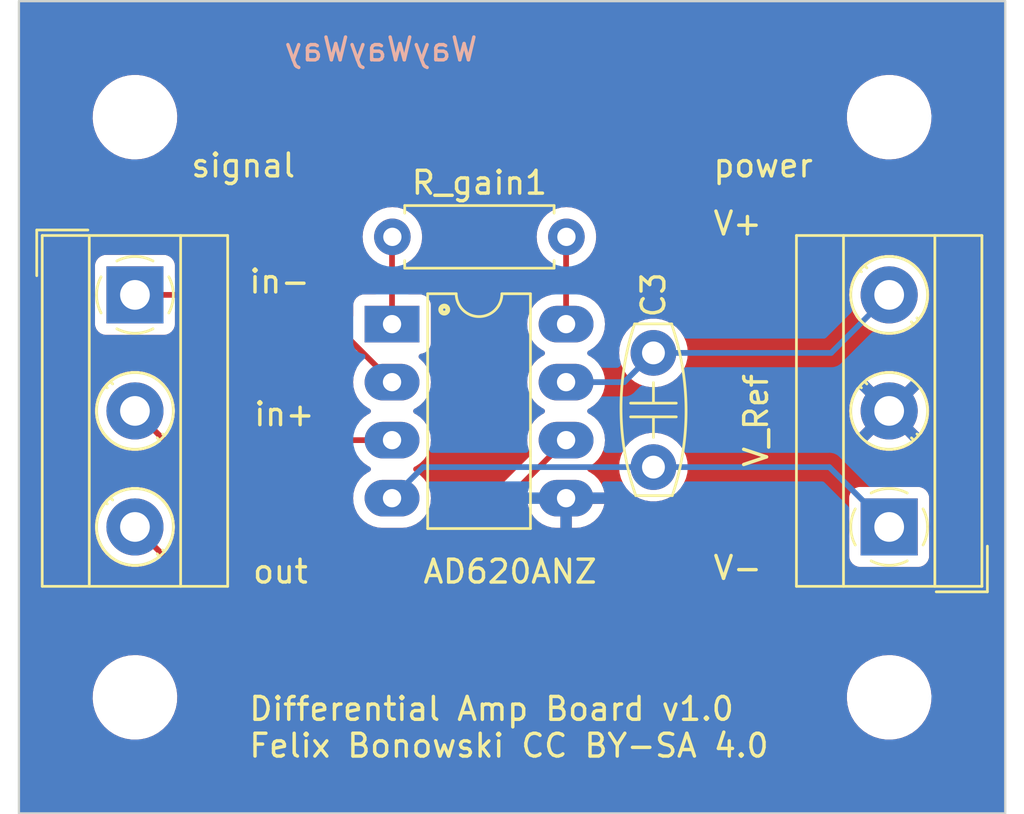
<source format=kicad_pcb>
(kicad_pcb (version 20221018) (generator pcbnew)
  (layers (0 "F.Cu" signal) (31 "B.Cu" signal) (34 "B.Paste" user) (35 "F.Paste" user) (36 "B.SilkS" user "B.Silkscreen") (37 "F.SilkS" user "F.Silkscreen") (38 "B.Mask" user) (39 "F.Mask" user) (44 "Edge.Cuts" user))
  (net 0 "")
  (net 1 "v_supply_negative")
  (net 2 "FIRST_STAGE_OUT")
  (net 3 "input-")
  (net 4 "input_+")
  (net 5 "v_supply_positive")
  (net 6 "V_Ref")
  (net 7 "Net-(R_gain1-Pad1)")
  (net 8 "Net-(R_gain1-Pad2)")
  (footprint "Capacitor_THT_AKL:C_Disc_D7.5mm_W2.5mm_P5.00mm" (layer "F.Cu") (at 27.94 15.24 -90)
    (fp_text reference "C3" (at -2.54 0 90) (layer "F.SilkS"))
    (fp_text value "100n" hide)
    (fp_line (start -1.27 0.8255) (end -1.269301 -0.804129) (stroke (width 0.12)) (layer "F.SilkS"))
    (fp_line (start 1.3 0) (end 2.2 0) (stroke (width 0.12)) (layer "F.SilkS"))
    (fp_line (start 2.2 0) (end 2.2 -1) (stroke (width 0.12)) (layer "F.SilkS"))
    (fp_line (start 2.2 0) (end 2.2 1) (stroke (width 0.12)) (layer "F.SilkS"))
    (fp_line (start 2.8 -1) (end 2.8 1) (stroke (width 0.12)) (layer "F.SilkS"))
    (fp_line (start 2.8 0) (end 3.7 0) (stroke (width 0.12)) (layer "F.SilkS"))
    (fp_line (start 6.2484 0.762) (end 6.2484 -0.8128) (stroke (width 0.12)) (layer "F.SilkS"))
    (fp_arc (start -1.265365 -0.79267) (mid 2.488814 -1.427831) (end 6.2484 -0.8255) (stroke (width 0.12)) (layer "F.SilkS"))
    (fp_arc (start 6.252064 0.772554) (mid 2.4954 1.419637) (end -1.27 0.8255) (stroke (width 0.12)) (layer "F.SilkS"))
    (pad "1" thru_hole circle (at 0 0 270) (size 2 2) (drill 1) (layers "*.Cu" "*.Mask") (net 5 "v_supply_positive"))
    (pad "2" thru_hole circle (at 5 0 270) (size 2 2) (drill 1) (layers "*.Cu" "*.Mask") (net 1 "v_supply_negative"))
  )
  (footprint "MountingHole:MountingHole_3.2mm_M3_DIN965" (layer "F.Cu") (at 38.26 4.92)
    (fp_text reference "H4" hide)
    (fp_text value "MountingHole")
    (pad "" np_thru_hole circle (at 0 0) (size 3.2 3.2) (drill 3.2) (layers "*.Cu" "*.Mask"))
  )
  (footprint "Resistor_THT:R_Axial_DIN0207_L6.3mm_D2.5mm_P7.62mm_Horizontal" (layer "F.Cu") (at 16.51 10.16)
    (fp_text reference "R_gain1" (at 3.81 -2.37) (layer "F.SilkS"))
    (fp_text value "1k")
    (fp_line (start 0.54 -1.37) (end 7.08 -1.37) (stroke (width 0.12)) (layer "F.SilkS"))
    (fp_line (start 0.54 -1.04) (end 0.54 -1.37) (stroke (width 0.12)) (layer "F.SilkS"))
    (fp_line (start 0.54 1.04) (end 0.54 1.37) (stroke (width 0.12)) (layer "F.SilkS"))
    (fp_line (start 0.54 1.37) (end 7.08 1.37) (stroke (width 0.12)) (layer "F.SilkS"))
    (fp_line (start 7.08 -1.37) (end 7.08 -1.04) (stroke (width 0.12)) (layer "F.SilkS"))
    (fp_line (start 7.08 1.37) (end 7.08 1.04) (stroke (width 0.12)) (layer "F.SilkS"))
    (pad "1" thru_hole circle (at 0 0) (size 1.6 1.6) (drill 0.8) (layers "*.Cu" "*.Mask") (net 7 "Net-(R_gain1-Pad1)"))
    (pad "2" thru_hole oval (at 7.62 0) (size 1.6 1.6) (drill 0.8) (layers "*.Cu" "*.Mask") (net 8 "Net-(R_gain1-Pad2)"))
  )
  (footprint "TerminalBlock_MetzConnect:TerminalBlock_MetzConnect_Type101_RT01603HBWC_1x03_P5.08mm_Horizontal" (layer "F.Cu") (at 5.24 12.7 -90)
    (fp_text reference "J1" hide)
    (fp_text value "Signal")
    (fp_line (start -2.84 2.06) (end -2.84 4.3) (stroke (width 0.12)) (layer "F.SilkS"))
    (fp_line (start -2.84 4.3) (end -0.84 4.3) (stroke (width 0.12)) (layer "F.SilkS"))
    (fp_line (start -2.6 -4.06) (end -2.6 4.06) (stroke (width 0.12)) (layer "F.SilkS"))
    (fp_line (start -2.6 -4.06) (end 12.76 -4.06) (stroke (width 0.12)) (layer "F.SilkS"))
    (fp_line (start -2.6 -2) (end 12.76 -2) (stroke (width 0.12)) (layer "F.SilkS"))
    (fp_line (start -2.6 2) (end 12.76 2) (stroke (width 0.12)) (layer "F.SilkS"))
    (fp_line (start -2.6 4.06) (end 12.76 4.06) (stroke (width 0.12)) (layer "F.SilkS"))
    (fp_line (start 3.9 0.976) (end 3.806 1.069) (stroke (width 0.12)) (layer "F.SilkS"))
    (fp_line (start 4.07 1.216) (end 4.011 1.274) (stroke (width 0.12)) (layer "F.SilkS"))
    (fp_line (start 6.15 -1.275) (end 6.091 -1.216) (stroke (width 0.12)) (layer "F.SilkS"))
    (fp_line (start 6.355 -1.069) (end 6.261 -0.976) (stroke (width 0.12)) (layer "F.SilkS"))
    (fp_line (start 8.98 0.976) (end 8.886 1.069) (stroke (width 0.12)) (layer "F.SilkS"))
    (fp_line (start 9.15 1.216) (end 9.091 1.274) (stroke (width 0.12)) (layer "F.SilkS"))
    (fp_line (start 11.23 -1.275) (end 11.171 -1.216) (stroke (width 0.12)) (layer "F.SilkS"))
    (fp_line (start 11.435 -1.069) (end 11.341 -0.976) (stroke (width 0.12)) (layer "F.SilkS"))
    (fp_line (start 12.76 -4.06) (end 12.76 4.06) (stroke (width 0.12)) (layer "F.SilkS"))
    (fp_arc (start -1.483953 0.789089) (mid -1.680708 0.00005) (end -1.484 -0.789) (stroke (width 0.12)) (layer "F.SilkS"))
    (fp_arc (start -0.789089 -1.483953) (mid -0.00005 -1.680708) (end 0.789 -1.484) (stroke (width 0.12)) (layer "F.SilkS"))
    (fp_arc (start 0.029383 1.68045) (mid -0.392304 1.634281) (end -0.789 1.484) (stroke (width 0.12)) (layer "F.SilkS"))
    (fp_arc (start 0.788712 1.483352) (mid 0.406429 1.630097) (end 0 1.68) (stroke (width 0.12)) (layer "F.SilkS"))
    (fp_arc (start 1.483953 -0.789089) (mid 1.680708 -0.00005) (end 1.484 0.789) (stroke (width 0.12)) (layer "F.SilkS"))
    (fp_circle (center 5.08 0) (end 6.76 0) (stroke (width 0.12)) (fill none) (layer "F.SilkS"))
    (fp_circle (center 10.16 0) (end 11.84 0) (stroke (width 0.12)) (fill none) (layer "F.SilkS"))
    (pad "1" thru_hole rect (at 0 0 270) (size 2.5 2.5) (drill 1.3) (layers "*.Cu" "*.Mask") (net 3 "input-"))
    (pad "2" thru_hole circle (at 5.08 0 270) (size 2.5 2.5) (drill 1.3) (layers "*.Cu" "*.Mask") (net 4 "input_+"))
    (pad "3" thru_hole circle (at 10.16 0 270) (size 2.5 2.5) (drill 1.3) (layers "*.Cu" "*.Mask") (net 2 "FIRST_STAGE_OUT"))
  )
  (footprint "MountingHole:MountingHole_3.2mm_M3_DIN965" (layer "F.Cu") (at 5.24 4.92)
    (fp_text reference "H1" hide)
    (fp_text value "MountingHole")
    (pad "" np_thru_hole circle (at 0 0) (size 3.2 3.2) (drill 3.2) (layers "*.Cu" "*.Mask"))
  )
  (footprint "MountingHole:MountingHole_3.2mm_M3_DIN965" (layer "F.Cu") (at 5.24 30.32)
    (fp_text reference "H2" hide)
    (fp_text value "MountingHole")
    (pad "" np_thru_hole circle (at 0 0) (size 3.2 3.2) (drill 3.2) (layers "*.Cu" "*.Mask"))
  )
  (footprint "Package_DIP_AKL:DIP-8_W7.62mm_LongPads" (layer "F.Cu") (at 16.495 13.98)
    (fp_text reference "U2" hide)
    (fp_text value "AD620AN" hide)
    (fp_line (start 1.56 -1.33) (end 1.56 8.95) (stroke (width 0.12)) (layer "F.SilkS"))
    (fp_line (start 1.56 8.95) (end 6.06 8.95) (stroke (width 0.12)) (layer "F.SilkS"))
    (fp_line (start 2.81 -1.33) (end 1.56 -1.33) (stroke (width 0.12)) (layer "F.SilkS"))
    (fp_line (start 6.06 -1.33) (end 4.81 -1.33) (stroke (width 0.12)) (layer "F.SilkS"))
    (fp_line (start 6.06 8.95) (end 6.06 -1.33) (stroke (width 0.12)) (layer "F.SilkS"))
    (fp_arc (start 4.81 -1.33) (mid 3.81 -0.33) (end 2.81 -1.33) (stroke (width 0.12)) (layer "F.SilkS"))
    (fp_circle (center 2.286 -0.635) (end 2.336 -0.635) (stroke (width 0.12)) (fill none) (layer "F.SilkS"))
    (fp_circle (center 2.286 -0.635) (end 2.411 -0.635) (stroke (width 0.12)) (fill none) (layer "F.SilkS"))
    (fp_circle (center 2.286 -0.635) (end 2.486 -0.635) (stroke (width 0.12)) (fill none) (layer "F.SilkS"))
    (pad "1" thru_hole rect (at 0 0) (size 2.4 1.6) (drill 0.8) (layers "*.Cu" "*.Mask") (net 7 "Net-(R_gain1-Pad1)"))
    (pad "2" thru_hole oval (at 0 2.54) (size 2.4 1.6) (drill 0.8) (layers "*.Cu" "*.Mask") (net 3 "input-"))
    (pad "3" thru_hole oval (at 0 5.08) (size 2.4 1.6) (drill 0.8) (layers "*.Cu" "*.Mask") (net 4 "input_+"))
    (pad "4" thru_hole oval (at 0 7.62) (size 2.4 1.6) (drill 0.8) (layers "*.Cu" "*.Mask") (net 1 "v_supply_negative"))
    (pad "5" thru_hole oval (at 7.62 7.62) (size 2.4 1.6) (drill 0.8) (layers "*.Cu" "*.Mask") (net 6 "V_Ref"))
    (pad "6" thru_hole oval (at 7.62 5.08) (size 2.4 1.6) (drill 0.8) (layers "*.Cu" "*.Mask") (net 2 "FIRST_STAGE_OUT"))
    (pad "7" thru_hole oval (at 7.62 2.54) (size 2.4 1.6) (drill 0.8) (layers "*.Cu" "*.Mask") (net 5 "v_supply_positive"))
    (pad "8" thru_hole oval (at 7.62 0) (size 2.4 1.6) (drill 0.8) (layers "*.Cu" "*.Mask") (net 8 "Net-(R_gain1-Pad2)"))
  )
  (footprint "TerminalBlock_MetzConnect:TerminalBlock_MetzConnect_Type101_RT01603HBWC_1x03_P5.08mm_Horizontal" (layer "F.Cu") (at 38.26 22.86 90)
    (fp_text reference "J2" hide)
    (fp_text value "Screw_Terminal_01x03")
    (fp_line (start -2.84 2.06) (end -2.84 4.3) (stroke (width 0.12)) (layer "F.SilkS"))
    (fp_line (start -2.84 4.3) (end -0.84 4.3) (stroke (width 0.12)) (layer "F.SilkS"))
    (fp_line (start -2.6 -4.06) (end -2.6 4.06) (stroke (width 0.12)) (layer "F.SilkS"))
    (fp_line (start -2.6 -4.06) (end 12.76 -4.06) (stroke (width 0.12)) (layer "F.SilkS"))
    (fp_line (start -2.6 -2) (end 12.76 -2) (stroke (width 0.12)) (layer "F.SilkS"))
    (fp_line (start -2.6 2) (end 12.76 2) (stroke (width 0.12)) (layer "F.SilkS"))
    (fp_line (start -2.6 4.06) (end 12.76 4.06) (stroke (width 0.12)) (layer "F.SilkS"))
    (fp_line (start 3.9 0.976) (end 3.806 1.069) (stroke (width 0.12)) (layer "F.SilkS"))
    (fp_line (start 4.07 1.216) (end 4.011 1.274) (stroke (width 0.12)) (layer "F.SilkS"))
    (fp_line (start 6.15 -1.275) (end 6.091 -1.216) (stroke (width 0.12)) (layer "F.SilkS"))
    (fp_line (start 6.355 -1.069) (end 6.261 -0.976) (stroke (width 0.12)) (layer "F.SilkS"))
    (fp_line (start 8.98 0.976) (end 8.886 1.069) (stroke (width 0.12)) (layer "F.SilkS"))
    (fp_line (start 9.15 1.216) (end 9.091 1.274) (stroke (width 0.12)) (layer "F.SilkS"))
    (fp_line (start 11.23 -1.275) (end 11.171 -1.216) (stroke (width 0.12)) (layer "F.SilkS"))
    (fp_line (start 11.435 -1.069) (end 11.341 -0.976) (stroke (width 0.12)) (layer "F.SilkS"))
    (fp_line (start 12.76 -4.06) (end 12.76 4.06) (stroke (width 0.12)) (layer "F.SilkS"))
    (fp_arc (start -1.483953 0.789089) (mid -1.680708 0.00005) (end -1.484 -0.789) (stroke (width 0.12)) (layer "F.SilkS"))
    (fp_arc (start -0.789089 -1.483953) (mid -0.00005 -1.680708) (end 0.789 -1.484) (stroke (width 0.12)) (layer "F.SilkS"))
    (fp_arc (start 0.029383 1.68045) (mid -0.392304 1.634281) (end -0.789 1.484) (stroke (width 0.12)) (layer "F.SilkS"))
    (fp_arc (start 0.788712 1.483352) (mid 0.406429 1.630097) (end 0 1.68) (stroke (width 0.12)) (layer "F.SilkS"))
    (fp_arc (start 1.483953 -0.789089) (mid 1.680708 -0.00005) (end 1.484 0.789) (stroke (width 0.12)) (layer "F.SilkS"))
    (fp_circle (center 5.08 0) (end 6.76 0) (stroke (width 0.12)) (fill none) (layer "F.SilkS"))
    (fp_circle (center 10.16 0) (end 11.84 0) (stroke (width 0.12)) (fill none) (layer "F.SilkS"))
    (pad "1" thru_hole rect (at 0 0 90) (size 2.5 2.5) (drill 1.3) (layers "*.Cu" "*.Mask") (net 1 "v_supply_negative"))
    (pad "2" thru_hole circle (at 5.08 0 90) (size 2.5 2.5) (drill 1.3) (layers "*.Cu" "*.Mask") (net 6 "V_Ref"))
    (pad "3" thru_hole circle (at 10.16 0 90) (size 2.5 2.5) (drill 1.3) (layers "*.Cu" "*.Mask") (net 5 "v_supply_positive"))
  )
  (footprint "MountingHole:MountingHole_3.2mm_M3_DIN965" (layer "F.Cu") (at 38.26 30.32)
    (fp_text reference "H3" hide)
    (fp_text value "MountingHole")
    (pad "" np_thru_hole circle (at 0 0) (size 3.2 3.2) (drill 3.2) (layers "*.Cu" "*.Mask"))
  )
  (gr_rect (start 0.16 -0.16) (end 43.34 35.4) (stroke (width 0.1)) (fill none) (layer "Edge.Cuts"))
  (gr_text "WayWayWay" (at 20.32 2.54) (layer "B.SilkS") (effects (font (size 1 1)) (justify left bottom mirror)))
  (gr_text "Differential Amp Board v1.0\nFelix Bonowski CC BY-SA 4.0" (at 10.16 33.02) (layer "F.SilkS") (effects (font (size 1 1)) (justify left bottom)))
  (gr_text "in+" (at 10.371481 18.510307) (layer "F.SilkS") (effects (font (size 1 1)) (justify left bottom)))
  (gr_text "power" (at 30.48 7.62) (layer "F.SilkS") (effects (font (size 1 1)) (justify left bottom)))
  (gr_text "AD620ANZ" (at 17.78 25.4) (layer "F.SilkS") (effects (font (size 1 1)) (justify left bottom)))
  (gr_text "V_Ref" (at 33.02 20.32 90) (layer "F.SilkS") (effects (font (size 1 1)) (justify left bottom)))
  (gr_text "signal" (at 7.62 7.62) (layer "F.SilkS") (effects (font (size 1 1)) (justify left bottom)))
  (gr_text "in-" (at 10.16 12.7) (layer "F.SilkS") (effects (font (size 1 1)) (justify left bottom)))
  (gr_text "V+" (at 30.48 10.16) (layer "F.SilkS") (effects (font (size 1 1)) (justify left bottom)))
  (gr_text "V-" (at 30.48 25.24) (layer "F.SilkS") (effects (font (size 1 1)) (justify left bottom)))
  (gr_text "out" (at 10.32 25.4) (layer "F.SilkS") (effects (font (size 1 1)) (justify left bottom)))
  (segment (start 35.64 20.24) (end 38.26 22.86) (width 0.25) (layer "B.Cu") (net 1))
  (segment (start 17.855 20.24) (end 16.495 21.6) (width 0.25) (layer "B.Cu") (net 1))
  (segment (start 27.94 20.24) (end 17.855 20.24) (width 0.25) (layer "B.Cu") (net 1))
  (segment (start 27.94 20.24) (end 35.64 20.24) (width 0.25) (layer "B.Cu") (net 1))
  (segment (start 24.115 19.06) (end 17.775 25.4) (width 0.25) (layer "F.Cu") (net 2))
  (segment (start 7.62 25.4) (end 7.62 25.24) (width 0.25) (layer "F.Cu") (net 2))
  (segment (start 7.62 25.24) (end 5.24 22.86) (width 0.25) (layer "F.Cu") (net 2))
  (segment (start 17.775 25.4) (end 7.62 25.4) (width 0.25) (layer "F.Cu") (net 2))
  (segment (start 5.24 12.7) (end 12.6875 12.7) (width 0.25) (layer "F.Cu") (net 3))
  (segment (start 12.6875 12.7) (end 16.5075 16.52) (width 0.25) (layer "F.Cu") (net 3))
  (segment (start 6.52 19.06) (end 5.24 17.78) (width 0.25) (layer "F.Cu") (net 4))
  (segment (start 16.495 19.06) (end 6.52 19.06) (width 0.25) (layer "F.Cu") (net 4))
  (segment (start 35.72 15.24) (end 27.94 15.24) (width 0.25) (layer "B.Cu") (net 5))
  (segment (start 38.26 12.7) (end 35.72 15.24) (width 0.25) (layer "B.Cu") (net 5))
  (segment (start 24.115 16.52) (end 26.66 16.52) (width 0.25) (layer "B.Cu") (net 5))
  (segment (start 26.66 16.52) (end 27.94 15.24) (width 0.25) (layer "B.Cu") (net 5))
  (segment (start 16.495 13.98) (end 16.495 10.175) (width 0.25) (layer "F.Cu") (net 7))
  (segment (start 16.495 10.175) (end 16.51 10.16) (width 0.25) (layer "F.Cu") (net 7))
  (segment (start 24.115 13.98) (end 24.115 10.175) (width 0.25) (layer "F.Cu") (net 8))
  (segment (start 24.115 10.175) (end 24.13 10.16) (width 0.25) (layer "F.Cu") (net 8))
  (zone (net 6) (net_name "V_Ref") (layer "F.Cu") (priority 1) (connect_pads (clearance 0.5)) (min_thickness 0.25) (fill yes (thermal_gap 0.5) (thermal_bridge_width 0.5))
    (polygon (pts (xy 0.16 -0.16) (xy 43.34 -0.16) (xy 43.34 35.4) (xy 0.16 35.4)))
  )
  (zone (net 6) (net_name "V_Ref") (layer "B.Cu") (connect_pads (clearance 0.5)) (min_thickness 0.25) (fill yes (thermal_gap 0.5) (thermal_bridge_width 0.5))
    (polygon (pts (xy 43.34 -0.16) (xy 0.16 -0.16) (xy 0.16 35.4) (xy 43.34 35.4)))
  )
)
</source>
